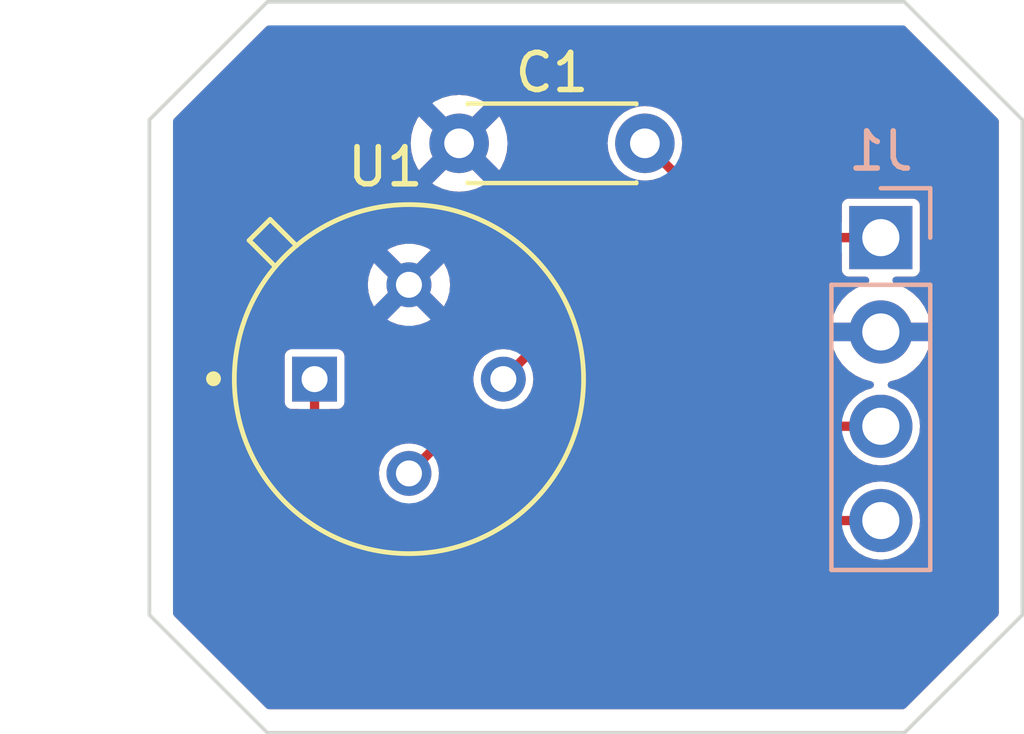
<source format=kicad_pcb>
(kicad_pcb (version 20221018) (generator pcbnew)
  (layers (0 "F.Cu" signal) (31 "B.Cu" signal) (34 "B.Paste" user) (35 "F.Paste" user) (36 "B.SilkS" user "B.Silkscreen") (37 "F.SilkS" user "F.Silkscreen") (38 "B.Mask" user) (39 "F.Mask" user) (44 "Edge.Cuts" user))
  (net 0 "")
  (net 1 "+3.3V")
  (net 2 "GND")
  (net 3 "SDA")
  (net 4 "SCL")
  (footprint "TO254P940H1340-4:TO254P940H1340-4" (layer "F.Cu") (at 114.3 99.06)
    (fp_text reference "U1" (at -0.635 -5.715) (layer "F.SilkS"))
    (fp_text value "MLX90621ESF-BAB-000-SP")
    (fp_line (start -4.301 -3.736) (end -3.736 -4.301) (stroke (width 0.127)) (layer "F.SilkS"))
    (fp_line (start -4.301 -3.736) (end -3.594 -3.029) (stroke (width 0.127)) (layer "F.SilkS"))
    (fp_line (start -3.029 -3.594) (end -3.736 -4.301) (stroke (width 0.127)) (layer "F.SilkS"))
    (fp_circle (center -5.26 -0.01) (end -5.16 -0.01) (stroke (width 0.2)) (fill none) (layer "F.SilkS"))
    (fp_circle (center 0 0) (end 4.7 0) (stroke (width 0.127)) (fill none) (layer "F.SilkS"))
    (pad "1" thru_hole rect (at -2.54 0) (size 1.208 1.208) (drill 0.7) (layers "*.Cu" "*.Mask") (net 4 "SCL"))
    (pad "2" thru_hole circle (at 0 2.54) (size 1.208 1.208) (drill 0.7) (layers "*.Cu" "*.Mask") (net 3 "SDA"))
    (pad "3" thru_hole circle (at 2.54 0) (size 1.208 1.208) (drill 0.7) (layers "*.Cu" "*.Mask") (net 1 "+3.3V"))
    (pad "4" thru_hole circle (at 0 -2.54) (size 1.208 1.208) (drill 0.7) (layers "*.Cu" "*.Mask") (net 2 "GND"))
  )
  (footprint "Capacitor_THT:C_Disc_D4.3mm_W1.9mm_P5.00mm" (layer "F.Cu") (at 120.65 92.71 180)
    (fp_text reference "C1" (at 2.5 1.905) (layer "F.SilkS"))
    (fp_text value "C_Polarized")
    (fp_line (start 0.23 -1.07) (end 0.23 -1.055) (stroke (width 0.12)) (layer "F.SilkS"))
    (fp_line (start 0.23 -1.07) (end 4.77 -1.07) (stroke (width 0.12)) (layer "F.SilkS"))
    (fp_line (start 0.23 1.055) (end 0.23 1.07) (stroke (width 0.12)) (layer "F.SilkS"))
    (fp_line (start 0.23 1.07) (end 4.77 1.07) (stroke (width 0.12)) (layer "F.SilkS"))
    (fp_line (start 4.77 -1.07) (end 4.77 -1.055) (stroke (width 0.12)) (layer "F.SilkS"))
    (fp_line (start 4.77 1.055) (end 4.77 1.07) (stroke (width 0.12)) (layer "F.SilkS"))
    (pad "1" thru_hole circle (at 0 0 180) (size 1.6 1.6) (drill 0.8) (layers "*.Cu" "*.Mask") (net 1 "+3.3V"))
    (pad "2" thru_hole circle (at 5 0 180) (size 1.6 1.6) (drill 0.8) (layers "*.Cu" "*.Mask") (net 2 "GND"))
  )
  (footprint "Connector_PinHeader_2.54mm:PinHeader_1x04_P2.54mm_Vertical" (layer "B.Cu") (at 127 95.25 180)
    (fp_text reference "J1" (at 0 2.33) (layer "B.SilkS") (effects (justify mirror)))
    (fp_text value "Conn_01x04_Pin")
    (fp_line (start -1.33 -8.95) (end 1.33 -8.95) (stroke (width 0.12)) (layer "B.SilkS"))
    (fp_line (start -1.33 -1.27) (end -1.33 -8.95) (stroke (width 0.12)) (layer "B.SilkS"))
    (fp_line (start -1.33 -1.27) (end 1.33 -1.27) (stroke (width 0.12)) (layer "B.SilkS"))
    (fp_line (start -1.33 0) (end -1.33 1.33) (stroke (width 0.12)) (layer "B.SilkS"))
    (fp_line (start -1.33 1.33) (end 0 1.33) (stroke (width 0.12)) (layer "B.SilkS"))
    (fp_line (start 1.33 -1.27) (end 1.33 -8.95) (stroke (width 0.12)) (layer "B.SilkS"))
    (pad "1" thru_hole rect (at 0 0 180) (size 1.7 1.7) (drill 1) (layers "*.Cu" "*.Mask") (net 1 "+3.3V"))
    (pad "2" thru_hole oval (at 0 -2.54 180) (size 1.7 1.7) (drill 1) (layers "*.Cu" "*.Mask") (net 2 "GND"))
    (pad "3" thru_hole oval (at 0 -5.08 180) (size 1.7 1.7) (drill 1) (layers "*.Cu" "*.Mask") (net 3 "SDA"))
    (pad "4" thru_hole oval (at 0 -7.62 180) (size 1.7 1.7) (drill 1) (layers "*.Cu" "*.Mask") (net 4 "SCL"))
  )
  (gr_line (start 130.81 105.41) (end 130.81 92.075) (stroke (width 0.1)) (layer "Edge.Cuts"))
  (gr_line (start 127.635 88.9) (end 110.49 88.9) (stroke (width 0.1)) (layer "Edge.Cuts"))
  (gr_line (start 127.635 108.585) (end 130.81 105.41) (stroke (width 0.1)) (layer "Edge.Cuts"))
  (gr_line (start 130.81 92.075) (end 127.635 88.9) (stroke (width 0.1)) (layer "Edge.Cuts"))
  (gr_line (start 107.315 105.41) (end 110.49 108.585) (stroke (width 0.1)) (layer "Edge.Cuts"))
  (gr_line (start 107.315 92.075) (end 107.315 105.41) (stroke (width 0.1)) (layer "Edge.Cuts"))
  (gr_line (start 110.49 88.9) (end 107.315 92.075) (stroke (width 0.1)) (layer "Edge.Cuts"))
  (gr_line (start 110.49 108.585) (end 127.635 108.585) (stroke (width 0.1)) (layer "Edge.Cuts"))
  (segment (start 123.19 95.25) (end 120.65 92.71) (width 0.25) (layer "F.Cu") (net 1))
  (segment (start 127 95.25) (end 120.65 95.25) (width 0.25) (layer "F.Cu") (net 1))
  (segment (start 120.65 95.25) (end 116.84 99.06) (width 0.25) (layer "F.Cu") (net 1))
  (segment (start 127 95.25) (end 123.19 95.25) (width 0.25) (layer "F.Cu") (net 1))
  (segment (start 122.96 99.63) (end 122.96 100.33) (width 0.25) (layer "F.Cu") (net 3))
  (segment (start 121.76 99.63) (end 121.76 100.03) (width 0.25) (layer "F.Cu") (net 3))
  (segment (start 123.56 101.03) (end 123.56 100.63) (width 0.25) (layer "F.Cu") (net 3))
  (segment (start 122.36 100.33) (end 122.36 99.63) (width 0.25) (layer "F.Cu") (net 3))
  (segment (start 115.57 100.33) (end 114.3 101.6) (width 0.25) (layer "F.Cu") (net 3))
  (segment (start 127 100.33) (end 124.46 100.33) (width 0.25) (layer "F.Cu") (net 3))
  (segment (start 122.36 101.03) (end 122.36 100.33) (width 0.25) (layer "F.Cu") (net 3))
  (segment (start 121.075874 100.33) (end 115.57 100.33) (width 0.25) (layer "F.Cu") (net 3))
  (segment (start 122.96 100.33) (end 122.96 101.03) (width 0.25) (layer "F.Cu") (net 3))
  (segment (start 121.46 100.33) (end 121.075874 100.33) (width 0.25) (layer "F.Cu") (net 3))
  (segment (start 124.16 100.63) (end 124.16 101.03) (width 0.25) (layer "F.Cu") (net 3))
  (segment (start 123.56 100.63) (end 123.56 99.63) (width 0.25) (layer "F.Cu") (net 3))
  (arc (start 123.86 101.33) (mid 123.647868 101.242132) (end 123.56 101.03) (width 0.25) (layer "F.Cu") (net 3))
  (arc (start 123.56 99.63) (mid 123.472132 99.417868) (end 123.26 99.33) (width 0.25) (layer "F.Cu") (net 3))
  (arc (start 122.96 101.03) (mid 122.872132 101.242132) (end 122.66 101.33) (width 0.25) (layer "F.Cu") (net 3))
  (arc (start 123.26 99.33) (mid 123.047868 99.417868) (end 122.96 99.63) (width 0.25) (layer "F.Cu") (net 3))
  (arc (start 122.36 99.63) (mid 122.272132 99.417868) (end 122.06 99.33) (width 0.25) (layer "F.Cu") (net 3))
  (arc (start 122.06 99.33) (mid 121.847868 99.417868) (end 121.76 99.63) (width 0.25) (layer "F.Cu") (net 3))
  (arc (start 124.46 100.33) (mid 124.247868 100.417868) (end 124.16 100.63) (width 0.25) (layer "F.Cu") (net 3))
  (arc (start 124.16 101.03) (mid 124.072132 101.242132) (end 123.86 101.33) (width 0.25) (layer "F.Cu") (net 3))
  (arc (start 121.76 100.03) (mid 121.672132 100.242132) (end 121.46 100.33) (width 0.25) (layer "F.Cu") (net 3))
  (arc (start 122.66 101.33) (mid 122.447868 101.242132) (end 122.36 101.03) (width 0.25) (layer "F.Cu") (net 3))
  (segment (start 111.76 100.986903) (end 111.76 99.06) (width 0.25) (layer "F.Cu") (net 4))
  (segment (start 124.16 103.17) (end 124.16 103.276412) (width 0.25) (layer "F.Cu") (net 4))
  (segment (start 122.66 102.87) (end 119.991425 102.87) (width 0.25) (layer "F.Cu") (net 4))
  (segment (start 122.96 102.463565) (end 122.96 102.57) (width 0.25) (layer "F.Cu") (net 4))
  (segment (start 113.643097 102.87) (end 111.76 100.986903) (width 0.25) (layer "F.Cu") (net 4))
  (segment (start 127 102.87) (end 124.46 102.87) (width 0.25) (layer "F.Cu") (net 4))
  (segment (start 123.56 103.276412) (end 123.56 103.17) (width 0.25) (layer "F.Cu") (net 4))
  (segment (start 123.56 103.17) (end 123.56 102.463565) (width 0.25) (layer "F.Cu") (net 4))
  (segment (start 119.991425 102.87) (end 113.643097 102.87) (width 0.25) (layer "F.Cu") (net 4))
  (arc (start 124.16 103.276412) (mid 124.072132 103.488544) (end 123.86 103.576412) (width 0.25) (layer "F.Cu") (net 4))
  (arc (start 124.46 102.87) (mid 124.247868 102.957868) (end 124.16 103.17) (width 0.25) (layer "F.Cu") (net 4))
  (arc (start 123.56 102.463565) (mid 123.472132 102.251433) (end 123.26 102.163565) (width 0.25) (layer "F.Cu") (net 4))
  (arc (start 123.86 103.576412) (mid 123.647868 103.488544) (end 123.56 103.276412) (width 0.25) (layer "F.Cu") (net 4))
  (arc (start 122.96 102.57) (mid 122.872132 102.782132) (end 122.66 102.87) (width 0.25) (layer "F.Cu") (net 4))
  (arc (start 123.26 102.163565) (mid 123.047868 102.251433) (end 122.96 102.463565) (width 0.25) (layer "F.Cu") (net 4))
  (zone (net 2) (net_name "GND") (layers "F&B.Cu") (connect_pads (clearance 0.2)) (min_thickness 0.2) (fill yes (thermal_gap 0.5) (thermal_bridge_width 0.5))
    (polygon (pts (xy 130.175 92.075) (xy 127.635 89.535) (xy 110.49 89.535) (xy 107.95 92.075) (xy 107.95 105.41) (xy 110.49 107.95) (xy 127.635 107.95) (xy 130.175 105.41)))
  )
)
</source>
